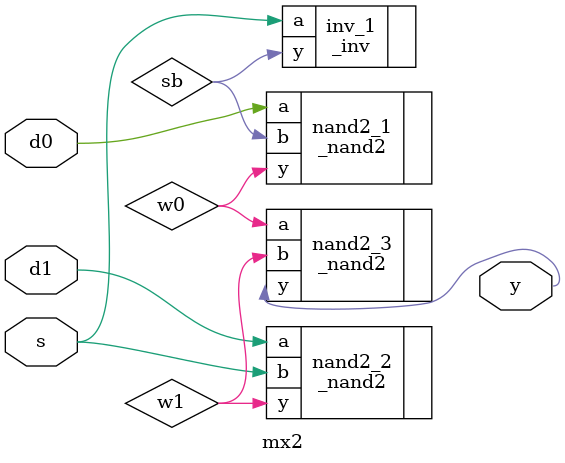
<source format=v>
module mx2(d0, d1, s, y); //1bits 2-to-1 MUX module
  input d0,d1; 
  input s; //mux switch
  
  output y;
  
  wire sb,w0,w1;
  
  //inverter and nand gate module instance
  _inv inv_1(.a(s), .y(sb));
  _nand2 nand2_1(.a(d0), .b(sb), .y(w0));
  _nand2 nand2_2(.a(d1), .b(s), .y(w1));
  _nand2 nand2_3(.a(w0), .b(w1), .y(y));
  
endmodule

</source>
